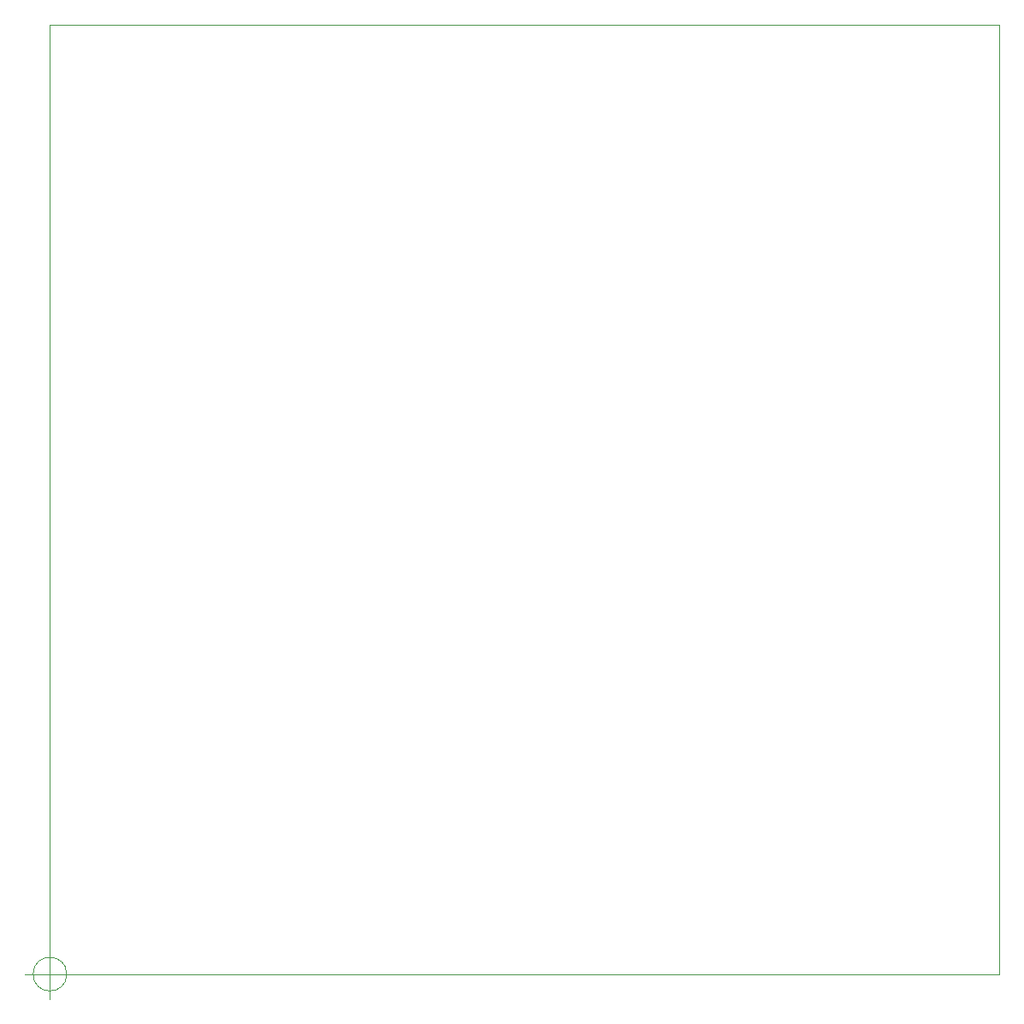
<source format=gm1>
G04 #@! TF.GenerationSoftware,KiCad,Pcbnew,(5.1.8)-1*
G04 #@! TF.CreationDate,2021-07-02T01:17:22+09:00*
G04 #@! TF.ProjectId,FMRAMV01L02,464d5241-4d56-4303-914c-30322e6b6963,rev?*
G04 #@! TF.SameCoordinates,PX3072580PY9157080*
G04 #@! TF.FileFunction,Profile,NP*
%FSLAX46Y46*%
G04 Gerber Fmt 4.6, Leading zero omitted, Abs format (unit mm)*
G04 Created by KiCad (PCBNEW (5.1.8)-1) date 2021-07-02 01:17:22*
%MOMM*%
%LPD*%
G01*
G04 APERTURE LIST*
G04 #@! TA.AperFunction,Profile*
%ADD10C,0.050000*%
G04 #@! TD*
G04 APERTURE END LIST*
D10*
X14366666Y0D02*
G75*
G03*
X14366666Y0I-1666666J0D01*
G01*
X10200000Y0D02*
X15200000Y0D01*
X12700000Y2500000D02*
X12700000Y-2500000D01*
X106680000Y93980000D02*
X12700000Y93980000D01*
X106680000Y0D02*
X106680000Y93980000D01*
X12700000Y93980000D02*
X12700000Y0D01*
X14366666Y0D02*
G75*
G03*
X14366666Y0I-1666666J0D01*
G01*
X10200000Y0D02*
X15200000Y0D01*
X12700000Y2500000D02*
X12700000Y-2500000D01*
X12700000Y0D02*
X106680000Y0D01*
X14366666Y0D02*
G75*
G03*
X14366666Y0I-1666666J0D01*
G01*
X10200000Y0D02*
X15200000Y0D01*
X12700000Y2500000D02*
X12700000Y-2500000D01*
M02*

</source>
